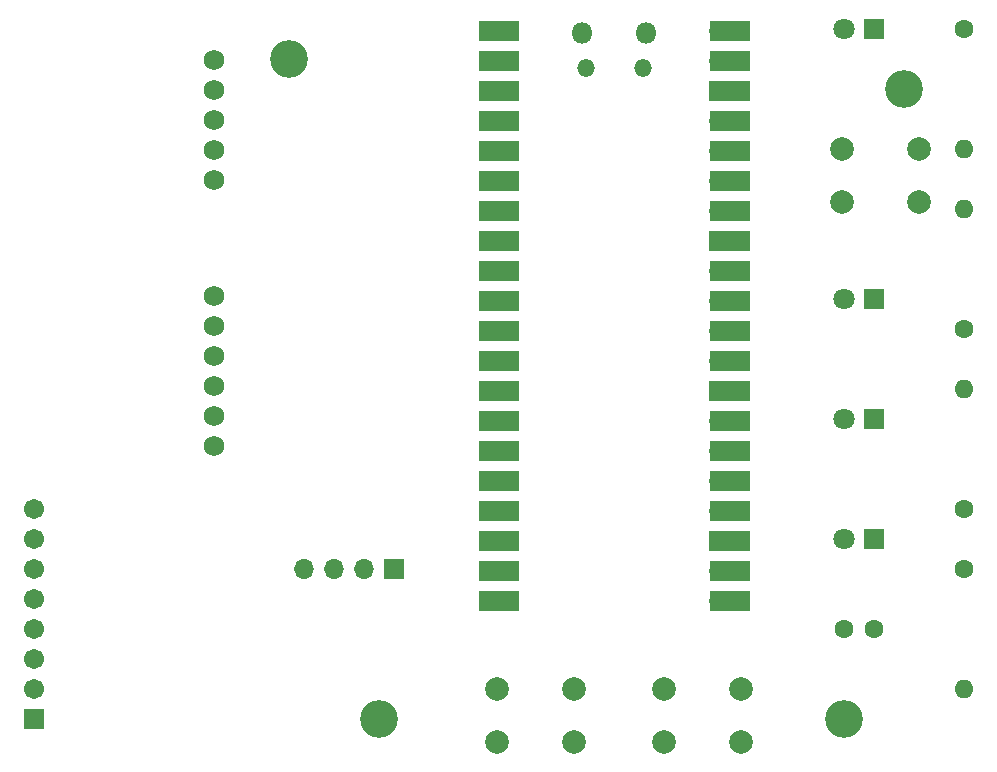
<source format=gbr>
%TF.GenerationSoftware,KiCad,Pcbnew,8.0.9-1.fc41*%
%TF.CreationDate,2025-03-30T20:33:57-04:00*%
%TF.ProjectId,pico_env,7069636f-5f65-46e7-962e-6b696361645f,rev?*%
%TF.SameCoordinates,Original*%
%TF.FileFunction,Soldermask,Top*%
%TF.FilePolarity,Negative*%
%FSLAX46Y46*%
G04 Gerber Fmt 4.6, Leading zero omitted, Abs format (unit mm)*
G04 Created by KiCad (PCBNEW 8.0.9-1.fc41) date 2025-03-30 20:33:57*
%MOMM*%
%LPD*%
G01*
G04 APERTURE LIST*
G04 Aperture macros list*
%AMRoundRect*
0 Rectangle with rounded corners*
0 $1 Rounding radius*
0 $2 $3 $4 $5 $6 $7 $8 $9 X,Y pos of 4 corners*
0 Add a 4 corners polygon primitive as box body*
4,1,4,$2,$3,$4,$5,$6,$7,$8,$9,$2,$3,0*
0 Add four circle primitives for the rounded corners*
1,1,$1+$1,$2,$3*
1,1,$1+$1,$4,$5*
1,1,$1+$1,$6,$7*
1,1,$1+$1,$8,$9*
0 Add four rect primitives between the rounded corners*
20,1,$1+$1,$2,$3,$4,$5,0*
20,1,$1+$1,$4,$5,$6,$7,0*
20,1,$1+$1,$6,$7,$8,$9,0*
20,1,$1+$1,$8,$9,$2,$3,0*%
G04 Aperture macros list end*
%ADD10C,1.600000*%
%ADD11O,1.600000X1.600000*%
%ADD12C,1.750000*%
%ADD13O,1.700000X1.700000*%
%ADD14R,1.700000X1.700000*%
%ADD15C,3.200000*%
%ADD16RoundRect,0.102000X0.754000X-0.754000X0.754000X0.754000X-0.754000X0.754000X-0.754000X-0.754000X0*%
%ADD17C,1.712000*%
%ADD18R,1.800000X1.800000*%
%ADD19C,1.800000*%
%ADD20O,1.800000X1.800000*%
%ADD21O,1.500000X1.500000*%
%ADD22R,3.500000X1.700000*%
%ADD23C,2.000000*%
G04 APERTURE END LIST*
D10*
%TO.C,R3*%
X220980000Y-99060000D03*
D11*
X220980000Y-109220000D03*
%TD*%
D10*
%TO.C,R1*%
X220980000Y-78740000D03*
D11*
X220980000Y-68580000D03*
%TD*%
D10*
%TO.C,C1*%
X210860000Y-104140000D03*
X213360000Y-104140000D03*
%TD*%
D12*
%TO.C,GY-BME/BMP1*%
X157480000Y-88646000D03*
X157480000Y-86106000D03*
X157480000Y-83566000D03*
X157480000Y-81026000D03*
X157480000Y-78486000D03*
X157480000Y-75946000D03*
%TD*%
D13*
%TO.C,SSD1*%
X165100000Y-99060000D03*
X167640000Y-99060000D03*
X170180000Y-99060000D03*
D14*
X172720000Y-99060000D03*
%TD*%
D15*
%TO.C,REF\u002A\u002A*%
X171450000Y-111760000D03*
%TD*%
D16*
%TO.C,RFID-RC522*%
X142240000Y-111760000D03*
D17*
X142240000Y-109220000D03*
X142240000Y-106680000D03*
X142240000Y-104140000D03*
X142240000Y-101600000D03*
X142240000Y-99060000D03*
X142240000Y-96520000D03*
X142240000Y-93980000D03*
%TD*%
D15*
%TO.C,REF\u002A\u002A*%
X210820000Y-111760000D03*
%TD*%
D10*
%TO.C,R4*%
X220980000Y-53340000D03*
D11*
X220980000Y-63500000D03*
%TD*%
D15*
%TO.C,REF\u002A\u002A*%
X215900000Y-58420000D03*
%TD*%
D18*
%TO.C,D1*%
X213360000Y-76200000D03*
D19*
X210820000Y-76200000D03*
%TD*%
D18*
%TO.C,D2*%
X213360000Y-86360000D03*
D19*
X210820000Y-86360000D03*
%TD*%
D18*
%TO.C,D3*%
X213360000Y-96520000D03*
D19*
X210820000Y-96520000D03*
%TD*%
D20*
%TO.C,U1*%
X188660000Y-53670000D03*
D21*
X188960000Y-56700000D03*
X193810000Y-56700000D03*
D20*
X194110000Y-53670000D03*
D13*
X182495000Y-53540000D03*
D22*
X181595000Y-53540000D03*
D13*
X182495000Y-56080000D03*
D22*
X181595000Y-56080000D03*
D14*
X182495000Y-58620000D03*
D22*
X181595000Y-58620000D03*
D13*
X182495000Y-61160000D03*
D22*
X181595000Y-61160000D03*
D13*
X182495000Y-63700000D03*
D22*
X181595000Y-63700000D03*
D13*
X182495000Y-66240000D03*
D22*
X181595000Y-66240000D03*
D13*
X182495000Y-68780000D03*
D22*
X181595000Y-68780000D03*
D14*
X182495000Y-71320000D03*
D22*
X181595000Y-71320000D03*
D13*
X182495000Y-73860000D03*
D22*
X181595000Y-73860000D03*
D13*
X182495000Y-76400000D03*
D22*
X181595000Y-76400000D03*
D13*
X182495000Y-78940000D03*
D22*
X181595000Y-78940000D03*
D13*
X182495000Y-81480000D03*
D22*
X181595000Y-81480000D03*
D14*
X182495000Y-84020000D03*
D22*
X181595000Y-84020000D03*
D13*
X182495000Y-86560000D03*
D22*
X181595000Y-86560000D03*
D13*
X182495000Y-89100000D03*
D22*
X181595000Y-89100000D03*
D13*
X182495000Y-91640000D03*
D22*
X181595000Y-91640000D03*
D13*
X182495000Y-94180000D03*
D22*
X181595000Y-94180000D03*
D14*
X182495000Y-96720000D03*
D22*
X181595000Y-96720000D03*
D13*
X182495000Y-99260000D03*
D22*
X181595000Y-99260000D03*
D13*
X182495000Y-101800000D03*
D22*
X181595000Y-101800000D03*
D13*
X200275000Y-101800000D03*
D22*
X201175000Y-101800000D03*
D13*
X200275000Y-99260000D03*
D22*
X201175000Y-99260000D03*
D14*
X200275000Y-96720000D03*
D22*
X201175000Y-96720000D03*
D13*
X200275000Y-94180000D03*
D22*
X201175000Y-94180000D03*
D13*
X200275000Y-91640000D03*
D22*
X201175000Y-91640000D03*
D13*
X200275000Y-89100000D03*
D22*
X201175000Y-89100000D03*
D13*
X200275000Y-86560000D03*
D22*
X201175000Y-86560000D03*
D14*
X200275000Y-84020000D03*
D22*
X201175000Y-84020000D03*
D13*
X200275000Y-81480000D03*
D22*
X201175000Y-81480000D03*
D13*
X200275000Y-78940000D03*
D22*
X201175000Y-78940000D03*
D13*
X200275000Y-76400000D03*
D22*
X201175000Y-76400000D03*
D13*
X200275000Y-73860000D03*
D22*
X201175000Y-73860000D03*
D14*
X200275000Y-71320000D03*
D22*
X201175000Y-71320000D03*
D13*
X200275000Y-68780000D03*
D22*
X201175000Y-68780000D03*
D13*
X200275000Y-66240000D03*
D22*
X201175000Y-66240000D03*
D13*
X200275000Y-63700000D03*
D22*
X201175000Y-63700000D03*
D13*
X200275000Y-61160000D03*
D22*
X201175000Y-61160000D03*
D14*
X200275000Y-58620000D03*
D22*
X201175000Y-58620000D03*
D13*
X200275000Y-56080000D03*
D22*
X201175000Y-56080000D03*
D13*
X200275000Y-53540000D03*
D22*
X201175000Y-53540000D03*
%TD*%
D15*
%TO.C,REF\u002A\u002A*%
X163830000Y-55880000D03*
%TD*%
D18*
%TO.C,D4*%
X213360000Y-53340000D03*
D19*
X210820000Y-53340000D03*
%TD*%
D23*
%TO.C,Reset*%
X217170000Y-68000000D03*
X210670000Y-68000000D03*
X217170000Y-63500000D03*
X210670000Y-63500000D03*
%TD*%
D10*
%TO.C,R2*%
X220980000Y-93980000D03*
D11*
X220980000Y-83820000D03*
%TD*%
D23*
%TO.C,SW2*%
X202080000Y-113720000D03*
X195580000Y-113720000D03*
X202080000Y-109220000D03*
X195580000Y-109220000D03*
%TD*%
D12*
%TO.C,U2*%
X157480000Y-66167000D03*
X157480000Y-63627000D03*
X157480000Y-61087000D03*
X157480000Y-58547000D03*
X157480000Y-56007000D03*
%TD*%
D23*
%TO.C,SW3*%
X187960000Y-113720000D03*
X181460000Y-113720000D03*
X187960000Y-109220000D03*
X181460000Y-109220000D03*
%TD*%
M02*

</source>
